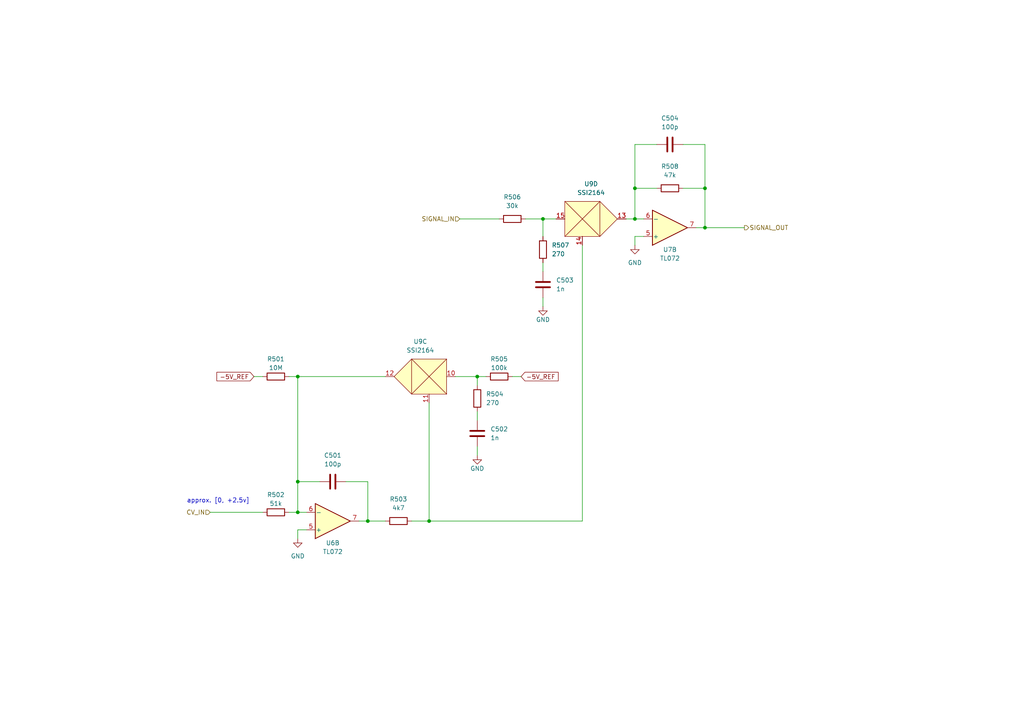
<source format=kicad_sch>
(kicad_sch (version 20230121) (generator eeschema)
  (paper "A4")
  (title_block (title "MICRO-OX VCF/VCA board") (date "2023-04-25") (rev "0.1") (comment 1 "creativecommons.org/licenses/by/4.0/") (comment 2 "License: CC by 4.0") (comment 3 "Author: Jordan Aceto"))
  (lib_symbols
    (symbol "Amplifier_Operational:TL072" (pin_names (offset 0.127))
      (property "Reference" "U" (at 0 5.08 0))
      (property "Value" "TL072" (at 0 -5.08 0))
      (symbol "TL072_1_1"
        (polyline (pts (xy -5.08 5.08) (xy 5.08 0) (xy -5.08 -5.08) (xy -5.08 5.08)) (stroke (width 0.254)) (fill (type background)))
        (pin output line (at 7.62 0 180) (length 2.54) (name "~") (number "1"))
        (pin input line (at -7.62 -2.54 0) (length 2.54) (name "-") (number "2"))
        (pin input line (at -7.62 2.54 0) (length 2.54) (name "+") (number "3"))
      )
      (symbol "TL072_2_1"
        (polyline (pts (xy -5.08 5.08) (xy 5.08 0) (xy -5.08 -5.08) (xy -5.08 5.08)) (stroke (width 0.254)) (fill (type background)))
        (pin input line (at -7.62 2.54 0) (length 2.54) (name "+") (number "5"))
        (pin input line (at -7.62 -2.54 0) (length 2.54) (name "-") (number "6"))
        (pin output line (at 7.62 0 180) (length 2.54) (name "~") (number "7"))
      )
      (symbol "TL072_3_1"
        (pin power_in line (at -2.54 -7.62 90) (length 3.81) (name "V-") (number "4"))
        (pin power_in line (at -2.54 7.62 270) (length 3.81) (name "V+") (number "8"))
      )
    )
    (symbol "Device:C" (pin_numbers hide) (pin_names (offset 0.254))
      (property "Reference" "C" (at 0.635 2.54 0))
      (property "Value" "C" (at 0.635 -2.54 0))
      (symbol "C_0_1"
        (polyline (pts (xy -2.032 -0.762) (xy 2.032 -0.762)) (stroke (width 0.508)))
        (polyline (pts (xy -2.032 0.762) (xy 2.032 0.762)) (stroke (width 0.508)))
      )
      (symbol "C_1_1"
        (pin passive line (at 0 3.81 270) (length 2.794) (name "~") (number "1"))
        (pin passive line (at 0 -3.81 90) (length 2.794) (name "~") (number "2"))
      )
    )
    (symbol "Device:R" (pin_numbers hide) (pin_names (offset 0))
      (property "Reference" "R" (at 2.032 0 90))
      (property "Value" "R" (at 0 0 90))
      (symbol "R_0_1"
        (rectangle (start -1.016 -2.54) (end 1.016 2.54) (stroke (width 0.254)))
      )
      (symbol "R_1_1"
        (pin passive line (at 0 3.81 270) (length 1.27) (name "~") (number "1"))
        (pin passive line (at 0 -3.81 90) (length 1.27) (name "~") (number "2"))
      )
    )
    (symbol "custom_symbols:SSI2164" (pin_names (offset 1.016))
      (property "Reference" "U3" (at 0 12.7 0))
      (property "Value" "SSI2164" (at 0 10.16 0))
      (symbol "SSI2164_1_1"
        (rectangle (start -5.08 5.08) (end 5.08 -5.08) (fill (type background)))
        (polyline (pts (xy 5.08 5.08) (xy -5.08 -5.08)))
        (polyline (pts (xy 5.08 5.08) (xy 10.16 0) (xy 5.08 -5.08) (xy -5.08 5.08)) (fill (type background)))
        (pin input line (at -7.62 0 0) (length 2.54) (name "~") (number "2"))
        (pin input line (at 0 -7.62 90) (length 2.54) (name "~") (number "3"))
        (pin output line (at 12.7 0 180) (length 2.54) (name "~") (number "4"))
      )
      (symbol "SSI2164_2_1"
        (rectangle (start -5.08 5.08) (end 5.08 -5.08) (fill (type background)))
        (polyline (pts (xy 5.08 5.08) (xy -5.08 -5.08)))
        (polyline (pts (xy 5.08 5.08) (xy 10.16 0) (xy 5.08 -5.08) (xy -5.08 5.08)) (fill (type background)))
        (pin output line (at 12.7 0 180) (length 2.54) (name "~") (number "5"))
        (pin input line (at 0 -7.62 90) (length 2.54) (name "~") (number "6"))
        (pin input line (at -7.62 0 0) (length 2.54) (name "~") (number "7"))
      )
      (symbol "SSI2164_3_1"
        (rectangle (start -5.08 5.08) (end 5.08 -5.08) (fill (type background)))
        (polyline (pts (xy 5.08 5.08) (xy -5.08 -5.08)))
        (polyline (pts (xy 5.08 5.08) (xy 10.16 0) (xy 5.08 -5.08) (xy -5.08 5.08)) (fill (type background)))
        (pin input line (at -7.62 0 0) (length 2.54) (name "~") (number "10"))
        (pin input line (at 0 -7.62 90) (length 2.54) (name "~") (number "11"))
        (pin output line (at 12.7 0 180) (length 2.54) (name "~") (number "12"))
      )
      (symbol "SSI2164_4_1"
        (rectangle (start -5.08 5.08) (end 5.08 -5.08) (fill (type background)))
        (polyline (pts (xy 5.08 5.08) (xy -5.08 -5.08)))
        (polyline (pts (xy 5.08 5.08) (xy 10.16 0) (xy 5.08 -5.08) (xy -5.08 5.08)) (fill (type background)))
        (pin output line (at 12.7 0 180) (length 2.54) (name "~") (number "13"))
        (pin input line (at 0 -7.62 90) (length 2.54) (name "~") (number "14"))
        (pin input line (at -7.62 0 0) (length 2.54) (name "~") (number "15"))
      )
      (symbol "SSI2164_5_1"
        (rectangle (start -3.81 8.89) (end 3.81 -8.89) (fill (type background)))
        (pin input line (at -6.35 -3.81 0) (length 2.54) (name "mode") (number "1"))
        (pin power_in line (at 6.35 6.35 180) (length 2.54) (name "V+") (number "16"))
        (pin power_in line (at 6.35 0 180) (length 2.54) (name "gnd") (number "8"))
        (pin power_in line (at 6.35 -6.35 180) (length 2.54) (name "V-") (number "9"))
      )
    )
    (symbol "power:GND" (power) (pin_names (offset 0))
      (property "Value" "GND" (at 0 -3.81 0))
      (symbol "GND_0_1"
        (polyline (pts (xy 0 0) (xy 0 -1.27) (xy 1.27 -1.27) (xy 0 -2.54) (xy -1.27 -1.27) (xy 0 -1.27)))
      )
      (symbol "GND_1_1"
        (pin power_in line (at 0 0 270) (length 0) hide (name "GND") (number "1"))
      )
    )
  )
  (junction (at 184.15 63.5))
  (junction (at 106.68 151.13))
  (junction (at 204.47 66.04))
  (junction (at 157.48 63.5))
  (junction (at 86.36 139.7))
  (junction (at 184.15 54.61))
  (junction (at 138.43 109.22))
  (junction (at 86.36 148.59))
  (junction (at 124.46 151.13))
  (junction (at 86.36 109.22))
  (junction (at 204.47 54.61))
  (wire (pts (xy 86.36 139.7) (xy 86.36 109.22)))
  (wire (pts (xy 186.69 63.5) (xy 184.15 63.5)))
  (wire (pts (xy 184.15 63.5) (xy 184.15 54.61)))
  (wire (pts (xy 204.47 66.04) (xy 204.47 54.61)))
  (wire (pts (xy 86.36 156.21) (xy 86.36 153.67)))
  (wire (pts (xy 138.43 109.22) (xy 132.08 109.22)))
  (wire (pts (xy 86.36 153.67) (xy 88.9 153.67)))
  (wire (pts (xy 86.36 109.22) (xy 111.76 109.22)))
  (wire (pts (xy 86.36 148.59) (xy 86.36 139.7)))
  (wire (pts (xy 157.48 63.5) (xy 161.29 63.5)))
  (wire (pts (xy 151.13 109.22) (xy 148.59 109.22)))
  (wire (pts (xy 138.43 129.54) (xy 138.43 132.08)))
  (wire (pts (xy 168.91 71.12) (xy 168.91 151.13)))
  (wire (pts (xy 184.15 71.12) (xy 184.15 68.58)))
  (wire (pts (xy 83.82 109.22) (xy 86.36 109.22)))
  (wire (pts (xy 157.48 63.5) (xy 157.48 68.58)))
  (wire (pts (xy 157.48 86.36) (xy 157.48 88.9)))
  (wire (pts (xy 157.48 76.2) (xy 157.48 78.74)))
  (wire (pts (xy 106.68 151.13) (xy 111.76 151.13)))
  (wire (pts (xy 124.46 116.84) (xy 124.46 151.13)))
  (wire (pts (xy 86.36 139.7) (xy 92.71 139.7)))
  (wire (pts (xy 184.15 41.91) (xy 184.15 54.61)))
  (wire (pts (xy 119.38 151.13) (xy 124.46 151.13)))
  (wire (pts (xy 100.33 139.7) (xy 106.68 139.7)))
  (wire (pts (xy 204.47 66.04) (xy 215.9 66.04)))
  (wire (pts (xy 138.43 109.22) (xy 140.97 109.22)))
  (wire (pts (xy 190.5 41.91) (xy 184.15 41.91)))
  (wire (pts (xy 88.9 148.59) (xy 86.36 148.59)))
  (wire (pts (xy 60.96 148.59) (xy 76.2 148.59)))
  (wire (pts (xy 73.66 109.22) (xy 76.2 109.22)))
  (wire (pts (xy 198.12 41.91) (xy 204.47 41.91)))
  (wire (pts (xy 138.43 119.38) (xy 138.43 121.92)))
  (wire (pts (xy 138.43 111.76) (xy 138.43 109.22)))
  (wire (pts (xy 83.82 148.59) (xy 86.36 148.59)))
  (wire (pts (xy 106.68 139.7) (xy 106.68 151.13)))
  (wire (pts (xy 124.46 151.13) (xy 168.91 151.13)))
  (wire (pts (xy 152.4 63.5) (xy 157.48 63.5)))
  (wire (pts (xy 204.47 41.91) (xy 204.47 54.61)))
  (wire (pts (xy 133.35 63.5) (xy 144.78 63.5)))
  (wire (pts (xy 184.15 68.58) (xy 186.69 68.58)))
  (wire (pts (xy 104.14 151.13) (xy 106.68 151.13)))
  (wire (pts (xy 184.15 54.61) (xy 190.5 54.61)))
  (wire (pts (xy 204.47 54.61) (xy 198.12 54.61)))
  (wire (pts (xy 201.93 66.04) (xy 204.47 66.04)))
  (wire (pts (xy 181.61 63.5) (xy 184.15 63.5)))
  (text "approx. [0, +2.5v]" (at 72.39 146.05 0) (effects (font (size 1.27 1.27)) (justify right bottom)))
  (global_label "-5V_REF" (shape input) (at 151.13 109.22 0) (property "Intersheetrefs" "${INTERSHEET_REFS}" (effects hide)))
  (global_label "-5V_REF" (shape input) (at 73.66 109.22 180) (property "Intersheetrefs" "${INTERSHEET_REFS}" (effects hide)))
  (hierarchical_label "CV_IN" (shape input) (at 60.96 148.59 180))
  (hierarchical_label "SIGNAL_OUT" (shape output) (at 215.9 66.04 0))
  (hierarchical_label "SIGNAL_IN" (shape input) (at 133.35 63.5 180))
  (symbol (lib_id "Device:R") (at 148.59 63.5 90) (unit 1)
    (property "Reference" "R506" (at 148.59 57.15 90))
    (property "Value" "30k" (at 148.59 59.69 90))
    (property "Footprint" "Resistor_SMD:R_0603_1608Metric" (effects hide))
    (instances (project "VCF_VCA_board" (path "" (reference "R506") (unit 1)) (path "" (reference "R606") (unit 1))))
  )
  (symbol (lib_id "Amplifier_Operational:TL072") (at 96.52 151.13 0) (mirror x) (unit 2)
    (property "Reference" "U6" (at 96.52 157.48 0))
    (property "Value" "TL072" (at 96.52 160.02 0))
    (property "Footprint" "Package_SO:SOIC-8_3.9x4.9mm_P1.27mm" (effects hide))
    (property "Datasheet" "http://www.ti.com/lit/ds/symlink/tl071.pdf" (effects hide))
    (instances (project "VCF_VCA_board" (path "" (reference "U6") (unit 2)) (path "" (reference "U6") (unit 1))))
  )
  (symbol (lib_id "Device:C") (at 138.43 125.73 0) (mirror y) (unit 1)
    (property "Reference" "C502" (at 142.24 124.4599 0) (effects (justify right)))
    (property "Value" "1n" (at 142.24 126.9999 0) (effects (justify right)))
    (property "Footprint" "Capacitor_SMD:C_0603_1608Metric" (effects hide))
    (instances (project "VCF_VCA_board" (path "" (reference "C502") (unit 1)) (path "" (reference "C602") (unit 1))))
  )
  (symbol (lib_id "Device:R") (at 80.01 109.22 90) (unit 1)
    (property "Reference" "R501" (at 80.01 104.14 90))
    (property "Value" "10M" (at 80.01 106.68 90))
    (property "Footprint" "Resistor_SMD:R_0603_1608Metric" (effects hide))
    (instances (project "VCF_VCA_board" (path "" (reference "R501") (unit 1)) (path "" (reference "R601") (unit 1))))
  )
  (symbol (lib_id "Device:C") (at 194.31 41.91 90) (unit 1)
    (property "Reference" "C504" (at 194.31 34.29 90))
    (property "Value" "100p" (at 194.31 36.83 90))
    (property "Footprint" "Capacitor_SMD:C_0603_1608Metric" (effects hide))
    (instances (project "VCF_VCA_board" (path "" (reference "C504") (unit 1)) (path "" (reference "C604") (unit 1))))
  )
  (symbol (lib_id "custom_symbols:SSI2164") (at 124.46 109.22 0) (mirror y) (unit 3)
    (property "Reference" "U9" (at 121.92 99.06 0))
    (property "Value" "SSI2164" (at 121.92 101.6 0))
    (property "Footprint" "Package_SO:SOIC-16_3.9x9.9mm_P1.27mm" (effects hide))
    (property "Datasheet" "https://www.soundsemiconductor.com/downloads/ssi2164datasheet.pdf" (effects hide))
    (instances (project "VCF_VCA_board" (path "" (reference "U9") (unit 3)) (path "" (reference "U9") (unit 2))))
  )
  (symbol (lib_id "Device:C") (at 96.52 139.7 90) (unit 1)
    (property "Reference" "C501" (at 96.52 132.08 90))
    (property "Value" "100p" (at 96.52 134.62 90))
    (property "Footprint" "Capacitor_SMD:C_0603_1608Metric" (effects hide))
    (instances (project "VCF_VCA_board" (path "" (reference "C501") (unit 1)) (path "" (reference "C601") (unit 1))))
  )
  (symbol (lib_id "Device:R") (at 157.48 72.39 0) (mirror y) (unit 1)
    (property "Reference" "R507" (at 160.02 71.1199 0) (effects (justify right)))
    (property "Value" "270" (at 160.02 73.6599 0) (effects (justify right)))
    (property "Footprint" "Resistor_SMD:R_0603_1608Metric" (effects hide))
    (instances (project "VCF_VCA_board" (path "" (reference "R507") (unit 1)) (path "" (reference "R607") (unit 1))))
  )
  (symbol (lib_id "Device:R") (at 194.31 54.61 90) (unit 1)
    (property "Reference" "R508" (at 194.31 48.26 90))
    (property "Value" "47k" (at 194.31 50.8 90))
    (property "Footprint" "Resistor_SMD:R_0603_1608Metric" (effects hide))
    (instances (project "VCF_VCA_board" (path "" (reference "R508") (unit 1)) (path "" (reference "R608") (unit 1))))
  )
  (symbol (lib_id "Device:R") (at 138.43 115.57 0) (mirror y) (unit 1)
    (property "Reference" "R504" (at 140.97 114.2999 0) (effects (justify right)))
    (property "Value" "270" (at 140.97 116.8399 0) (effects (justify right)))
    (property "Footprint" "Resistor_SMD:R_0603_1608Metric" (effects hide))
    (instances (project "VCF_VCA_board" (path "" (reference "R504") (unit 1)) (path "" (reference "R604") (unit 1))))
  )
  (symbol (lib_id "power:GND") (at 184.15 71.12 0) (unit 1)
    (property "Reference" "#PWR0504" (effects hide))
    (property "Value" "GND" (at 184.15 76.2 0))
    (instances (project "VCF_VCA_board" (path "" (reference "#PWR0504") (unit 1)) (path "" (reference "#PWR0604") (unit 1))))
  )
  (symbol (lib_id "Device:R") (at 115.57 151.13 90) (unit 1)
    (property "Reference" "R503" (at 115.57 144.78 90))
    (property "Value" "4k7" (at 115.57 147.32 90))
    (property "Footprint" "Resistor_SMD:R_0603_1608Metric" (effects hide))
    (instances (project "VCF_VCA_board" (path "" (reference "R503") (unit 1)) (path "" (reference "R603") (unit 1))))
  )
  (symbol (lib_id "power:GND") (at 157.48 88.9 0) (mirror y) (unit 1)
    (property "Reference" "#PWR0503" (effects hide))
    (property "Value" "~" (at 157.48 92.71 0))
    (instances (project "VCF_VCA_board" (path "" (reference "#PWR0503") (unit 1)) (path "" (reference "#PWR0603") (unit 1))))
  )
  (symbol (lib_id "Device:R") (at 144.78 109.22 270) (mirror x) (unit 1)
    (property "Reference" "R505" (at 144.78 104.14 90))
    (property "Value" "100k" (at 144.78 106.68 90))
    (property "Footprint" "Resistor_SMD:R_0603_1608Metric" (effects hide))
    (instances (project "VCF_VCA_board" (path "" (reference "R505") (unit 1)) (path "" (reference "R605") (unit 1))))
  )
  (symbol (lib_id "Device:R") (at 80.01 148.59 90) (unit 1)
    (property "Reference" "R502" (at 80.01 143.51 90))
    (property "Value" "51k" (at 80.01 146.05 90))
    (property "Footprint" "Resistor_SMD:R_0603_1608Metric" (effects hide))
    (instances (project "VCF_VCA_board" (path "" (reference "R502") (unit 1)) (path "" (reference "R602") (unit 1))))
  )
  (symbol (lib_id "power:GND") (at 138.43 132.08 0) (mirror y) (unit 1)
    (property "Reference" "#PWR0502" (effects hide))
    (property "Value" "~" (at 138.43 135.89 0))
    (instances (project "VCF_VCA_board" (path "" (reference "#PWR0502") (unit 1)) (path "" (reference "#PWR0602") (unit 1))))
  )
  (symbol (lib_id "custom_symbols:SSI2164") (at 168.91 63.5 0) (unit 4)
    (property "Reference" "U9" (at 171.45 53.34 0))
    (property "Value" "SSI2164" (at 171.45 55.88 0))
    (property "Footprint" "Package_SO:SOIC-16_3.9x9.9mm_P1.27mm" (effects hide))
    (property "Datasheet" "https://www.soundsemiconductor.com/downloads/ssi2164datasheet.pdf" (effects hide))
    (instances (project "VCF_VCA_board" (path "" (reference "U9") (unit 4)) (path "" (reference "U9") (unit 1))))
  )
  (symbol (lib_id "Amplifier_Operational:TL072") (at 194.31 66.04 0) (mirror x) (unit 2)
    (property "Reference" "U7" (at 194.31 72.39 0))
    (property "Value" "TL072" (at 194.31 74.93 0))
    (property "Footprint" "Package_SO:SOIC-8_3.9x4.9mm_P1.27mm" (effects hide))
    (property "Datasheet" "http://www.ti.com/lit/ds/symlink/tl071.pdf" (effects hide))
    (instances (project "VCF_VCA_board" (path "" (reference "U7") (unit 2)) (path "" (reference "U7") (unit 1))))
  )
  (symbol (lib_id "Device:C") (at 157.48 82.55 0) (mirror y) (unit 1)
    (property "Reference" "C503" (at 161.29 81.2799 0) (effects (justify right)))
    (property "Value" "1n" (at 161.29 83.8199 0) (effects (justify right)))
    (property "Footprint" "Capacitor_SMD:C_0603_1608Metric" (effects hide))
    (instances (project "VCF_VCA_board" (path "" (reference "C503") (unit 1)) (path "" (reference "C603") (unit 1))))
  )
  (symbol (lib_id "power:GND") (at 86.36 156.21 0) (unit 1)
    (property "Reference" "#PWR0501" (effects hide))
    (property "Value" "GND" (at 86.36 161.29 0))
    (instances (project "VCF_VCA_board" (path "" (reference "#PWR0501") (unit 1)) (path "" (reference "#PWR0601") (unit 1))))
  )
)
</source>
